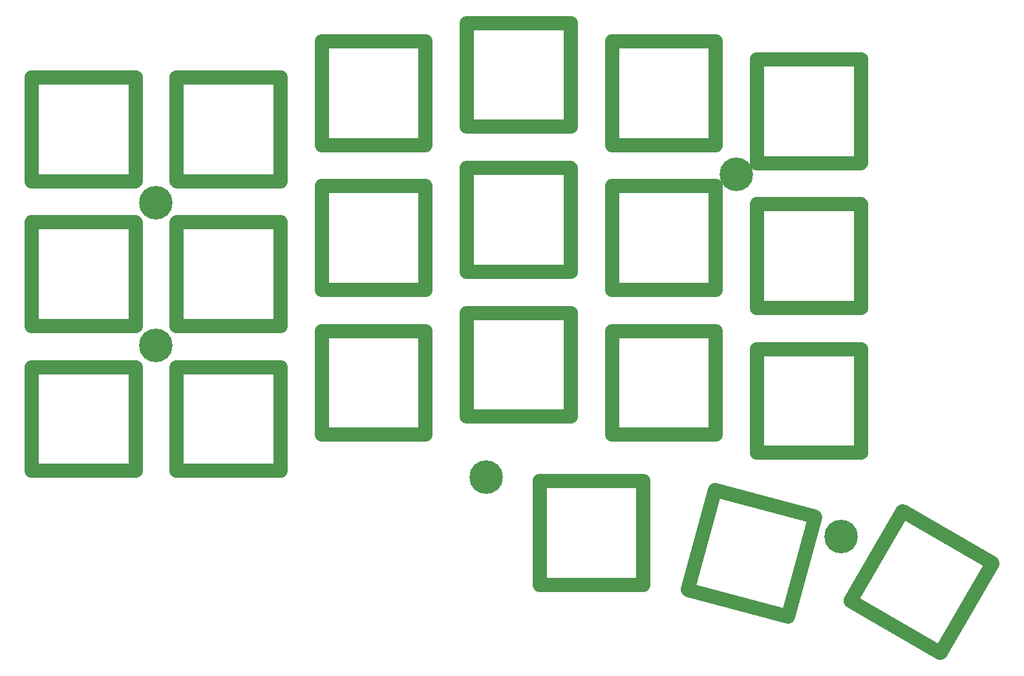
<source format=gbr>
G04 #@! TF.GenerationSoftware,KiCad,Pcbnew,5.1.5+dfsg1-2~bpo10+1*
G04 #@! TF.CreationDate,2020-09-05T13:32:19+00:00*
G04 #@! TF.ProjectId,corne-top-plate,636f726e-652d-4746-9f70-2d706c617465,2.1*
G04 #@! TF.SameCoordinates,Original*
G04 #@! TF.FileFunction,Soldermask,Top*
G04 #@! TF.FilePolarity,Negative*
%FSLAX46Y46*%
G04 Gerber Fmt 4.6, Leading zero omitted, Abs format (unit mm)*
G04 Created by KiCad (PCBNEW 5.1.5+dfsg1-2~bpo10+1) date 2020-09-05 13:32:19*
%MOMM*%
%LPD*%
G04 APERTURE LIST*
%ADD10C,0.900000*%
%ADD11C,4.400000*%
%ADD12C,1.900000*%
%ADD13O,1.900000X15.400000*%
%ADD14O,15.400000X1.900000*%
G04 APERTURE END LIST*
D10*
X123810000Y-121690000D03*
X121690000Y-121690000D03*
X121690000Y-123810000D03*
X123810000Y-123810000D03*
X122750000Y-121250000D03*
X122750000Y-124250000D03*
X121250000Y-122750000D03*
X124250000Y-122750000D03*
D11*
X122750000Y-122750000D03*
D10*
X170310000Y-129440000D03*
X168190000Y-129440000D03*
X168190000Y-131560000D03*
X170310000Y-131560000D03*
X169250000Y-129000000D03*
X169250000Y-132000000D03*
X167750000Y-130500000D03*
X170750000Y-130500000D03*
D11*
X169250000Y-130500000D03*
D10*
X80560000Y-104440000D03*
X78440000Y-104440000D03*
X78440000Y-106560000D03*
X80560000Y-106560000D03*
X79500000Y-104000000D03*
X79500000Y-107000000D03*
X78000000Y-105500000D03*
X81000000Y-105500000D03*
D11*
X79500000Y-105500000D03*
D10*
X156560000Y-81940000D03*
X154440000Y-81940000D03*
X154440000Y-84060000D03*
X156560000Y-84060000D03*
X155500000Y-81500000D03*
X155500000Y-84500000D03*
X154000000Y-83000000D03*
X157000000Y-83000000D03*
D11*
X155500000Y-83000000D03*
D10*
X80560000Y-85690000D03*
X78440000Y-85690000D03*
X78440000Y-87810000D03*
X80560000Y-87810000D03*
X79500000Y-85250000D03*
X79500000Y-88250000D03*
X78000000Y-86750000D03*
X81000000Y-86750000D03*
D11*
X79500000Y-86750000D03*
D12*
X189013973Y-134039329D02*
X182263973Y-145730671D01*
X177236027Y-127239329D02*
X170486027Y-138930671D01*
X170504329Y-138998973D02*
X182195671Y-145748973D01*
X177304329Y-127221027D02*
X188995671Y-133971027D01*
X152731971Y-124428675D02*
X165771969Y-127922733D01*
X149212031Y-137565267D02*
X162252029Y-141059325D01*
X152670733Y-124464031D02*
X149176675Y-137504029D01*
X165807325Y-127983971D02*
X162313267Y-141023969D01*
D13*
X143330000Y-130035000D03*
X129730000Y-130035000D03*
D14*
X136530000Y-136835000D03*
X136530000Y-123235000D03*
D13*
X171810000Y-112750000D03*
X158210000Y-112750000D03*
D14*
X165010000Y-119550000D03*
X165010000Y-105950000D03*
D13*
X171810000Y-74750000D03*
X158210000Y-74750000D03*
D14*
X165010000Y-81550000D03*
X165010000Y-67950000D03*
X165010000Y-86950000D03*
X165010000Y-100550000D03*
D13*
X158210000Y-93750000D03*
X171810000Y-93750000D03*
X152810000Y-91375000D03*
X139210000Y-91375000D03*
D14*
X146010000Y-98175000D03*
X146010000Y-84575000D03*
X146010000Y-65575000D03*
X146010000Y-79175000D03*
D13*
X139210000Y-72375000D03*
X152810000Y-72375000D03*
D14*
X146010000Y-103575000D03*
X146010000Y-117175000D03*
D13*
X139210000Y-110375000D03*
X152810000Y-110375000D03*
D14*
X127010000Y-82200000D03*
X127010000Y-95800000D03*
D13*
X120210000Y-89000000D03*
X133810000Y-89000000D03*
X133810000Y-108000000D03*
X120210000Y-108000000D03*
D14*
X127010000Y-114800000D03*
X127010000Y-101200000D03*
D13*
X133810000Y-70000000D03*
X120210000Y-70000000D03*
D14*
X127010000Y-76800000D03*
X127010000Y-63200000D03*
D13*
X114810000Y-91375000D03*
X101210000Y-91375000D03*
D14*
X108010000Y-98175000D03*
X108010000Y-84575000D03*
X108010000Y-103575000D03*
X108010000Y-117175000D03*
D13*
X101210000Y-110375000D03*
X114810000Y-110375000D03*
D14*
X108010000Y-65575000D03*
X108010000Y-79175000D03*
D13*
X101210000Y-72375000D03*
X114810000Y-72375000D03*
D14*
X89010000Y-89325000D03*
X89010000Y-102925000D03*
D13*
X82210000Y-96125000D03*
X95810000Y-96125000D03*
X95810000Y-115125000D03*
X82210000Y-115125000D03*
D14*
X89010000Y-121925000D03*
X89010000Y-108325000D03*
D13*
X95810000Y-77125000D03*
X82210000Y-77125000D03*
D14*
X89010000Y-83925000D03*
X89010000Y-70325000D03*
X70010000Y-108325000D03*
X70010000Y-121925000D03*
D13*
X63210000Y-115125000D03*
X76810000Y-115125000D03*
X76810000Y-96125000D03*
X63210000Y-96125000D03*
D14*
X70010000Y-102925000D03*
X70010000Y-89325000D03*
X70010000Y-70325000D03*
X70010000Y-83925000D03*
D13*
X63210000Y-77125000D03*
X76810000Y-77125000D03*
M02*

</source>
